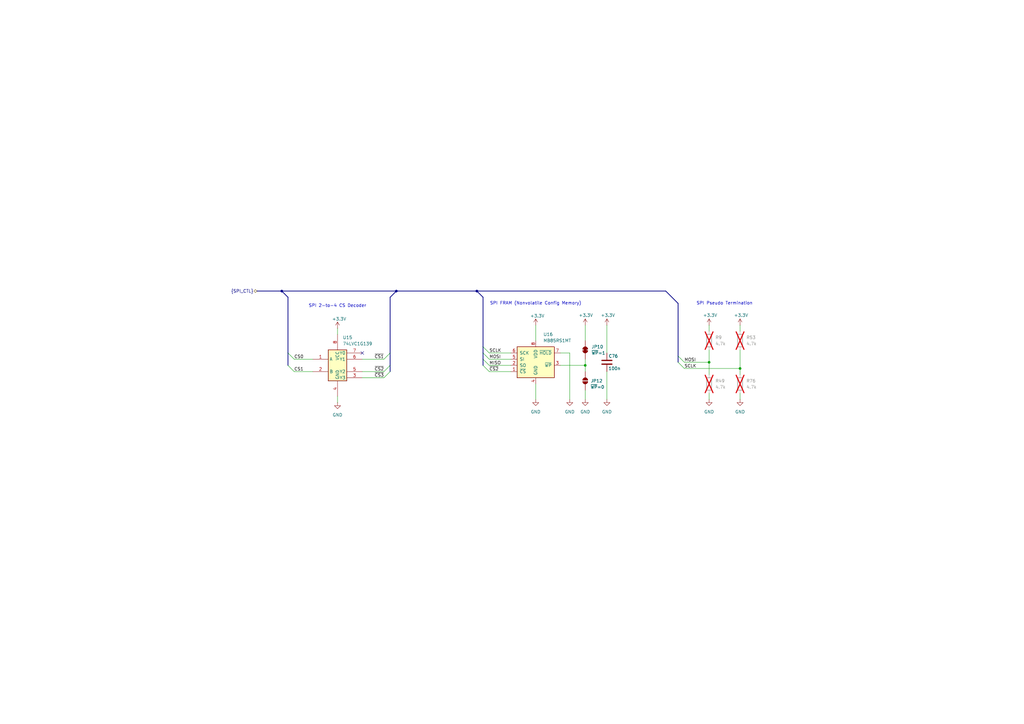
<source format=kicad_sch>
(kicad_sch (version 20250114) (generator "eeschema") (generator_version "9.0")
  (paper "A3")
  (title_block (title "ECMD7 SPI Memory + CS Decoder") (date "2025-11-12") (rev "1.0"))
  (lib_symbols
    (symbol "74xGxx:74LVC1G139"
      (property "Reference" "U" (at 7.62 10.16 0))
      (property "Value" "74LVC1G139" (at 7.62 -7.62 0))
      (symbol "74LVC1G139_0_1"
        (rectangle (start -3.81 6.35) (end 3.81 -6.35) (stroke (width 0.254)) (fill (type background)))
      )
      (symbol "74LVC1G139_1_1"
        (pin input line (at -10.16 2.54 0) (length 6.35) (name "A") (number "1"))
        (pin input line (at -10.16 -2.54 0) (length 6.35) (name "B") (number "2"))
        (pin power_in line (at 0 12.7 270) (length 6.35) (name "VCC") (number "8"))
        (pin power_in line (at 0 -12.7 90) (length 6.35) (name "GND") (number "4"))
        (pin output line (at 10.16 5.08 180) (length 6.35) (name "Y0") (number "7"))
        (pin output line (at 10.16 2.54 180) (length 6.35) (name "Y1") (number "6"))
        (pin output line (at 10.16 -2.54 180) (length 6.35) (name "Y2") (number "5"))
        (pin output line (at 10.16 -5.08 180) (length 6.35) (name "Y3") (number "3"))
      )
    )
    (symbol "Device:C" (pin_numbers (hide yes)) (pin_names (offset 0.254))
      (property "Reference" "C" (at 0.635 2.54 0))
      (property "Value" "C" (at 0.635 -2.54 0))
      (symbol "C_0_1"
        (polyline (pts (xy -2.032 0.762) (xy 2.032 0.762)) (stroke (width 0.508)))
        (polyline (pts (xy -2.032 -0.762) (xy 2.032 -0.762)) (stroke (width 0.508)))
      )
      (symbol "C_1_1"
        (pin passive line (at 0 3.81 270) (length 2.794) (name "~") (number "1"))
        (pin passive line (at 0 -3.81 90) (length 2.794) (name "~") (number "2"))
      )
    )
    (symbol "Device:R" (pin_numbers (hide yes)) (pin_names (offset 0))
      (property "Reference" "R" (at 2.032 0 90))
      (property "Value" "R" (at 0 0 90))
      (symbol "R_0_1"
        (rectangle (start -1.016 -2.54) (end 1.016 2.54) (stroke (width 0.254)))
      )
      (symbol "R_1_1"
        (pin passive line (at 0 3.81 270) (length 1.27) (name "~") (number "1"))
        (pin passive line (at 0 -3.81 90) (length 1.27) (name "~") (number "2"))
      )
    )
    (symbol "Jumper:SolderJumper_2_Bridged" (pin_numbers (hide yes)) (pin_names (offset 0) (hide yes)) (in_bom no)
      (property "Reference" "JP" (at 0 2.032 0))
      (property "Value" "SolderJumper_2_Bridged" (at 0 -2.54 0))
      (symbol "SolderJumper_2_Bridged_0_1"
        (rectangle (start -0.508 0.508) (end 0.508 -0.508) (fill (type outline)))
        (polyline (pts (xy -0.254 1.016) (xy -0.254 -1.016)))
        (arc (start -0.254 -1.016) (mid -1.2656 0) (end -0.254 1.016))
        (arc (start -0.254 -1.016) (mid -1.2656 0) (end -0.254 1.016) (fill (type outline)))
        (arc (start 0.254 1.016) (mid 1.2656 0) (end 0.254 -1.016))
        (arc (start 0.254 1.016) (mid 1.2656 0) (end 0.254 -1.016) (fill (type outline)))
        (polyline (pts (xy 0.254 1.016) (xy 0.254 -1.016)))
      )
      (symbol "SolderJumper_2_Bridged_1_1"
        (pin passive line (at -3.81 0 0) (length 2.54) (name "A") (number "1"))
        (pin passive line (at 3.81 0 180) (length 2.54) (name "B") (number "2"))
      )
    )
    (symbol "Jumper:SolderJumper_2_Open" (pin_numbers (hide yes)) (pin_names (offset 0) (hide yes)) (in_bom no)
      (property "Reference" "JP" (at 0 2.032 0))
      (property "Value" "SolderJumper_2_Open" (at 0 -2.54 0))
      (symbol "SolderJumper_2_Open_0_1"
        (polyline (pts (xy -0.254 1.016) (xy -0.254 -1.016)))
        (arc (start -0.254 -1.016) (mid -1.2656 0) (end -0.254 1.016))
        (arc (start -0.254 -1.016) (mid -1.2656 0) (end -0.254 1.016) (fill (type outline)))
        (arc (start 0.254 1.016) (mid 1.2656 0) (end 0.254 -1.016))
        (arc (start 0.254 1.016) (mid 1.2656 0) (end 0.254 -1.016) (fill (type outline)))
        (polyline (pts (xy 0.254 1.016) (xy 0.254 -1.016)))
      )
      (symbol "SolderJumper_2_Open_1_1"
        (pin passive line (at -3.81 0 0) (length 2.54) (name "A") (number "1"))
        (pin passive line (at 3.81 0 180) (length 2.54) (name "B") (number "2"))
      )
    )
    (symbol "Memory_NVRAM:MB85RS1MT" (pin_names (offset 1.016))
      (property "Reference" "U" (at -7.62 6.35 0))
      (property "Value" "MB85RS1MT" (at 1.27 6.35 0))
      (symbol "MB85RS1MT_0_1"
        (rectangle (start -7.62 5.08) (end 7.62 -7.62) (stroke (width 0.254)) (fill (type background)))
      )
      (symbol "MB85RS1MT_1_1"
        (pin input line (at -10.16 2.54 0) (length 2.54) (name "~{HOLD}") (number "7"))
        (pin input line (at -10.16 -2.54 0) (length 2.54) (name "~{WP}") (number "3"))
        (pin power_in line (at 0 7.62 270) (length 2.54) (name "VDD") (number "8"))
        (pin power_in line (at 0 -10.16 90) (length 2.54) (name "GND") (number "4"))
        (pin input line (at 10.16 2.54 180) (length 2.54) (name "SCK") (number "6"))
        (pin input line (at 10.16 0 180) (length 2.54) (name "SI") (number "5"))
        (pin output line (at 10.16 -2.54 180) (length 2.54) (name "SO") (number "2"))
        (pin input line (at 10.16 -5.08 180) (length 2.54) (name "~{CS}") (number "1"))
      )
    )
    (symbol "power:+3.3V" (power) (pin_numbers (hide yes)) (pin_names (offset 0) (hide yes))
      (property "Value" "+3.3V" (at 0 3.556 0))
      (symbol "+3.3V_0_1"
        (polyline (pts (xy -0.762 1.27) (xy 0 2.54)))
        (polyline (pts (xy 0 2.54) (xy 0.762 1.27)))
        (polyline (pts (xy 0 0) (xy 0 2.54)))
      )
      (symbol "+3.3V_1_1"
        (pin power_in line (at 0 0 90) (length 0) (name "~") (number "1"))
      )
    )
    (symbol "power:GND" (power) (pin_numbers (hide yes)) (pin_names (offset 0) (hide yes))
      (property "Value" "GND" (at 0 -3.81 0))
      (symbol "GND_0_1"
        (polyline (pts (xy 0 0) (xy 0 -1.27) (xy 1.27 -1.27) (xy 0 -2.54) (xy -1.27 -1.27) (xy 0 -1.27)))
      )
      (symbol "GND_1_1"
        (pin power_in line (at 0 0 270) (length 0) (name "~") (number "1"))
      )
    )
  )
  (text "SPI 2-to-4 CS Decoder" (at 138.43 125.476 0) (effects (font (size 1.27 1.27))))
  (text "SPI Pseudo Termination" (at 297.18 124.46 0) (effects (font (size 1.27 1.27))))
  (text "SPI FRAM (Nonvolatile Config Memory)" (at 219.71 124.46 0) (effects (font (size 1.27 1.27))))
  (junction (at 195.58 119.38))
  (junction (at 303.53 151.13))
  (junction (at 115.57 119.38))
  (junction (at 162.56 119.38))
  (junction (at 240.03 149.86))
  (junction (at 290.83 148.59))
  (no_connect (at 148.59 144.78))
  (bus_entry (at 198.12 147.32) (size 2.54 2.54))
  (bus_entry (at 118.11 149.86) (size 2.54 2.54))
  (bus_entry (at 198.12 144.78) (size 2.54 2.54))
  (bus_entry (at 278.13 146.05) (size 2.54 2.54))
  (bus_entry (at 160.02 149.86) (size -2.54 2.54))
  (bus_entry (at 160.02 152.4) (size -2.54 2.54))
  (bus_entry (at 198.12 149.86) (size 2.54 2.54))
  (bus_entry (at 278.13 148.59) (size 2.54 2.54))
  (bus_entry (at 118.11 144.78) (size 2.54 2.54))
  (bus_entry (at 198.12 142.24) (size 2.54 2.54))
  (bus_entry (at 160.02 144.78) (size -2.54 2.54))
  (wire (pts (xy 290.83 161.29) (xy 290.83 163.83)))
  (wire (pts (xy 248.92 133.35) (xy 248.92 144.78)))
  (wire (pts (xy 120.65 152.4) (xy 128.27 152.4)))
  (bus (pts (xy 198.12 142.24) (xy 198.12 121.92)))
  (wire (pts (xy 200.66 149.86) (xy 209.55 149.86)))
  (wire (pts (xy 200.66 152.4) (xy 209.55 152.4)))
  (wire (pts (xy 148.59 147.32) (xy 157.48 147.32)))
  (bus (pts (xy 198.12 144.78) (xy 198.12 142.24)))
  (bus (pts (xy 278.13 124.46) (xy 278.13 146.05)))
  (bus (pts (xy 160.02 149.86) (xy 160.02 152.4)))
  (wire (pts (xy 138.43 162.56) (xy 138.43 165.1)))
  (wire (pts (xy 219.71 133.35) (xy 219.71 139.7)))
  (wire (pts (xy 233.68 144.78) (xy 233.68 163.83)))
  (wire (pts (xy 200.66 144.78) (xy 209.55 144.78)))
  (wire (pts (xy 290.83 148.59) (xy 290.83 153.67)))
  (wire (pts (xy 290.83 143.51) (xy 290.83 148.59)))
  (wire (pts (xy 229.87 144.78) (xy 233.68 144.78)))
  (wire (pts (xy 148.59 154.94) (xy 157.48 154.94)))
  (wire (pts (xy 120.65 147.32) (xy 128.27 147.32)))
  (wire (pts (xy 280.67 148.59) (xy 290.83 148.59)))
  (wire (pts (xy 303.53 161.29) (xy 303.53 163.83)))
  (bus (pts (xy 198.12 149.86) (xy 198.12 147.32)))
  (wire (pts (xy 303.53 151.13) (xy 303.53 153.67)))
  (wire (pts (xy 248.92 152.4) (xy 248.92 163.83)))
  (bus (pts (xy 162.56 119.38) (xy 195.58 119.38)))
  (bus (pts (xy 273.05 119.38) (xy 278.13 124.46)))
  (bus (pts (xy 115.57 119.38) (xy 162.56 119.38)))
  (wire (pts (xy 240.03 133.35) (xy 240.03 139.7)))
  (wire (pts (xy 219.71 157.48) (xy 219.71 163.83)))
  (wire (pts (xy 240.03 147.32) (xy 240.03 149.86)))
  (bus (pts (xy 160.02 121.92) (xy 162.56 119.38)))
  (wire (pts (xy 138.43 134.62) (xy 138.43 137.16)))
  (wire (pts (xy 200.66 147.32) (xy 209.55 147.32)))
  (bus (pts (xy 118.11 121.92) (xy 118.11 144.78)))
  (bus (pts (xy 198.12 147.32) (xy 198.12 144.78)))
  (wire (pts (xy 148.59 152.4) (xy 157.48 152.4)))
  (wire (pts (xy 240.03 149.86) (xy 240.03 152.4)))
  (wire (pts (xy 240.03 160.02) (xy 240.03 163.83)))
  (bus (pts (xy 160.02 149.86) (xy 160.02 144.78)))
  (bus (pts (xy 278.13 146.05) (xy 278.13 148.59)))
  (bus (pts (xy 115.57 119.38) (xy 118.11 121.92)))
  (wire (pts (xy 303.53 143.51) (xy 303.53 151.13)))
  (wire (pts (xy 229.87 149.86) (xy 240.03 149.86)))
  (bus (pts (xy 160.02 121.92) (xy 160.02 144.78)))
  (bus (pts (xy 198.12 121.92) (xy 195.58 119.38)))
  (wire (pts (xy 303.53 133.35) (xy 303.53 135.89)))
  (wire (pts (xy 280.67 151.13) (xy 303.53 151.13)))
  (wire (pts (xy 290.83 133.35) (xy 290.83 135.89)))
  (bus (pts (xy 118.11 144.78) (xy 118.11 149.86)))
  (bus (pts (xy 105.41 119.38) (xy 115.57 119.38)))
  (bus (pts (xy 195.58 119.38) (xy 273.05 119.38)))
  (label "MOSI" (at 200.66 147.32 0))
  (label "~{CS2}" (at 157.48 152.4 180))
  (label "CS0" (at 120.65 147.32 0))
  (label "SCLK" (at 280.67 151.13 0))
  (label "~{CS2}" (at 200.66 152.4 0))
  (label "CS1" (at 120.65 152.4 0))
  (label "MISO" (at 200.66 149.86 0))
  (label "MOSI" (at 280.67 148.59 0))
  (label "~{CS3}" (at 157.48 154.94 180))
  (label "SCLK" (at 200.66 144.78 0))
  (label "~{CS1}" (at 157.48 147.32 180))
  (hierarchical_label "{SPI_CTL}" (shape bidirectional) (at 105.41 119.38 180))
  (symbol (lib_id "power:GND") (at 233.68 163.83 0) (mirror y) (unit 1)
    (property "Reference" "#PWR0230" (effects (hide yes)))
    (property "Value" "GND" (at 233.68 168.91 0))
    (property "Description" "Power symbol creates a global label with name \"GND\" , ground" (effects (hide yes)))
  )
  (symbol (lib_id "Device:R") (at 303.53 139.7 0) (unit 1) (exclude_from_sim yes) (dnp yes)
    (property "Reference" "R53" (at 306.07 138.4299 0) (effects (justify left)))
    (property "Value" "4.7k" (at 306.07 140.9699 0) (effects (justify left)))
    (property "Footprint" "Resistor_SMD:R_0805_2012Metric" (effects (hide yes)))
    (property "Description" "Resistor" (effects (hide yes)))
  )
  (symbol (lib_id "Jumper:SolderJumper_2_Bridged") (at 240.03 143.51 90) (unit 1) (in_bom no)
    (property "Reference" "JP10" (at 242.57 142.2399 90) (effects (justify right)))
    (property "Value" "~{WP}=1" (at 242.57 144.7799 90) (effects (justify right)))
    (property "Footprint" "Jumper:SolderJumper-2_P1.3mm_Bridged_RoundedPad1.0x1.5mm" (effects (hide yes)))
    (property "Description" "Solder Jumper, 2-pole, closed/bridged" (effects (hide yes)))
  )
  (symbol (lib_id "power:GND") (at 219.71 163.83 0) (mirror y) (unit 1)
    (property "Reference" "#PWR0229" (effects (hide yes)))
    (property "Value" "GND" (at 219.71 168.91 0))
    (property "Description" "Power symbol creates a global label with name \"GND\" , ground" (effects (hide yes)))
  )
  (symbol (lib_id "power:+3.3V") (at 219.71 133.35 0) (unit 1)
    (property "Reference" "#PWR0228" (effects (hide yes)))
    (property "Value" "+3.3V" (at 217.424 129.54 0) (effects (justify left)))
    (property "Description" "Power symbol creates a global label with name \"+3.3V\"" (effects (hide yes)))
  )
  (symbol (lib_id "power:+3.3V") (at 303.53 133.35 0) (unit 1)
    (property "Reference" "#PWR0221" (effects (hide yes)))
    (property "Value" "+3.3V" (at 300.99 129.286 0) (effects (justify left)))
    (property "Description" "Power symbol creates a global label with name \"+3.3V\"" (effects (hide yes)))
  )
  (symbol (lib_id "Device:R") (at 290.83 139.7 0) (unit 1) (exclude_from_sim yes) (dnp yes)
    (property "Reference" "R9" (at 293.37 138.4299 0) (effects (justify left)))
    (property "Value" "4.7k" (at 293.37 140.9699 0) (effects (justify left)))
    (property "Footprint" "Resistor_SMD:R_0805_2012Metric" (effects (hide yes)))
    (property "Description" "Resistor" (effects (hide yes)))
  )
  (symbol (lib_id "Device:C") (at 248.92 148.59 0) (mirror y) (unit 1) (exclude_from_sim yes)
    (property "Reference" "C76" (at 253.492 146.05 0) (effects (justify left)))
    (property "Value" "100n" (at 254.508 151.13 0) (effects (justify left)))
    (property "Footprint" "Capacitor_SMD:C_0805_2012Metric" (effects (hide yes)))
    (property "Description" "Unpolarized capacitor" (effects (hide yes)))
  )
  (symbol (lib_id "Jumper:SolderJumper_2_Open") (at 240.03 156.21 270) (mirror x) (unit 1) (in_bom no)
    (property "Reference" "JP12" (at 247.142 156.21 90) (effects (justify right)))
    (property "Value" "~{WP}=0" (at 247.904 158.75 90) (effects (justify right)))
    (property "Footprint" "Jumper:SolderJumper-2_P1.3mm_Open_RoundedPad1.0x1.5mm" (effects (hide yes)))
    (property "Description" "Solder Jumper, 2-pole, open" (effects (hide yes)))
  )
  (symbol (lib_id "power:+3.3V") (at 138.43 134.62 0) (unit 1)
    (property "Reference" "#PWR0140" (effects (hide yes)))
    (property "Value" "+3.3V" (at 136.144 130.81 0) (effects (justify left)))
    (property "Description" "Power symbol creates a global label with name \"+3.3V\"" (effects (hide yes)))
  )
  (symbol (lib_id "power:GND") (at 240.03 163.83 0) (mirror y) (unit 1)
    (property "Reference" "#PWR0233" (effects (hide yes)))
    (property "Value" "GND" (at 240.03 168.91 0))
    (property "Description" "Power symbol creates a global label with name \"GND\" , ground" (effects (hide yes)))
  )
  (symbol (lib_id "power:+3.3V") (at 290.83 133.35 0) (unit 1)
    (property "Reference" "#PWR0220" (effects (hide yes)))
    (property "Value" "+3.3V" (at 288.29 129.286 0) (effects (justify left)))
    (property "Description" "Power symbol creates a global label with name \"+3.3V\"" (effects (hide yes)))
  )
  (symbol (lib_id "Device:R") (at 303.53 157.48 0) (unit 1) (exclude_from_sim yes) (dnp yes)
    (property "Reference" "R76" (at 306.07 156.2099 0) (effects (justify left)))
    (property "Value" "4.7k" (at 306.07 158.7499 0) (effects (justify left)))
    (property "Footprint" "Resistor_SMD:R_0805_2012Metric" (effects (hide yes)))
    (property "Description" "Resistor" (effects (hide yes)))
  )
  (symbol (lib_id "power:GND") (at 138.43 165.1 0) (mirror y) (unit 1)
    (property "Reference" "#PWR0216" (effects (hide yes)))
    (property "Value" "GND" (at 138.43 170.18 0))
    (property "Description" "Power symbol creates a global label with name \"GND\" , ground" (effects (hide yes)))
  )
  (symbol (lib_id "power:+3.3V") (at 248.92 133.35 0) (unit 1)
    (property "Reference" "#PWR0231" (effects (hide yes)))
    (property "Value" "+3.3V" (at 246.38 129.286 0) (effects (justify left)))
    (property "Description" "Power symbol creates a global label with name \"+3.3V\"" (effects (hide yes)))
  )
  (symbol (lib_id "74xGxx:74LVC1G139") (at 138.43 149.86 0) (unit 1)
    (property "Reference" "U15" (at 140.5733 138.43 0) (effects (justify left)))
    (property "Value" "74LVC1G139" (at 140.5733 140.97 0) (effects (justify left)))
    (property "Footprint" "Package_SO:SSOP-8_2.95x2.8mm_P0.65mm" (effects (hide yes)))
    (property "Datasheet" "http://www.ti.com/lit/sg/scyt129e/scyt129e.pdf" (effects (hide yes)))
    (property "Description" "2 to 4 Decoder, Low-Voltage CMOS" (effects (hide yes)))
  )
  (symbol (lib_id "power:GND") (at 303.53 163.83 0) (mirror y) (unit 1)
    (property "Reference" "#PWR0222" (effects (hide yes)))
    (property "Value" "GND" (at 303.53 168.91 0))
    (property "Description" "Power symbol creates a global label with name \"GND\" , ground" (effects (hide yes)))
  )
  (symbol (lib_id "Memory_NVRAM:MB85RS1MT") (at 219.71 147.32 0) (mirror y) (unit 1)
    (property "Reference" "U16" (at 222.8281 137.16 0) (effects (justify right)))
    (property "Value" "MB85RS1MT" (at 222.8281 139.7 0) (effects (justify right)))
    (property "Footprint" "Package_SO:SOP-8_3.76x4.96mm_P1.27mm" (effects (hide yes)))
    (property "Datasheet" "http://www.fujitsu.com/downloads/MICRO/fsa/pdf/products/memory/fram/MB85RS16-DS501-00014-6v0-E.pdf" (effects (hide yes)))
    (property "Description" "FRAM memory with SPI interface, SOIC-8 SON-8" (effects (hide yes)))
  )
  (symbol (lib_id "power:GND") (at 290.83 163.83 0) (mirror y) (unit 1)
    (property "Reference" "#PWR039" (effects (hide yes)))
    (property "Value" "GND" (at 290.83 168.91 0))
    (property "Description" "Power symbol creates a global label with name \"GND\" , ground" (effects (hide yes)))
  )
  (symbol (lib_id "power:GND") (at 248.92 163.83 0) (mirror y) (unit 1)
    (property "Reference" "#PWR0234" (effects (hide yes)))
    (property "Value" "GND" (at 248.92 168.91 0))
    (property "Description" "Power symbol creates a global label with name \"GND\" , ground" (effects (hide yes)))
  )
  (symbol (lib_id "power:+3.3V") (at 240.03 133.35 0) (unit 1)
    (property "Reference" "#PWR0232" (effects (hide yes)))
    (property "Value" "+3.3V" (at 240.284 129.286 0))
    (property "Description" "Power symbol creates a global label with name \"+3.3V\"" (effects (hide yes)))
  )
  (symbol (lib_id "Device:R") (at 290.83 157.48 0) (unit 1) (exclude_from_sim yes) (dnp yes)
    (property "Reference" "R49" (at 293.37 156.2099 0) (effects (justify left)))
    (property "Value" "4.7k" (at 293.37 158.7499 0) (effects (justify left)))
    (property "Footprint" "Resistor_SMD:R_0805_2012Metric" (effects (hide yes)))
    (property "Description" "Resistor" (effects (hide yes)))
  )
)
</source>
